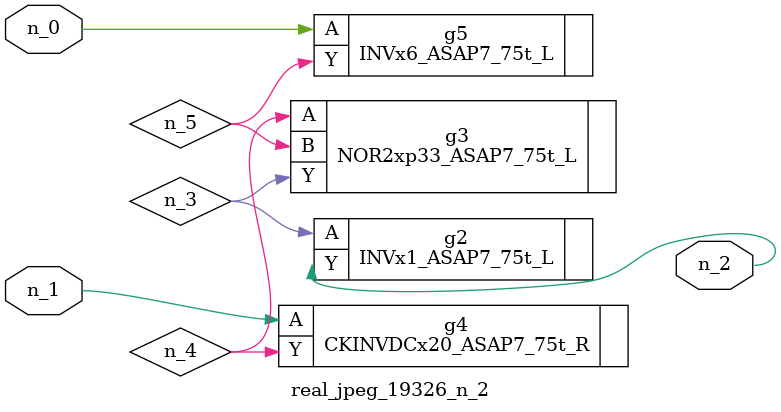
<source format=v>
module real_jpeg_19326_n_2 (n_1, n_0, n_2);

input n_1;
input n_0;

output n_2;

wire n_5;
wire n_4;
wire n_3;

INVx6_ASAP7_75t_L g5 ( 
.A(n_0),
.Y(n_5)
);

CKINVDCx20_ASAP7_75t_R g4 ( 
.A(n_1),
.Y(n_4)
);

INVx1_ASAP7_75t_L g2 ( 
.A(n_3),
.Y(n_2)
);

NOR2xp33_ASAP7_75t_L g3 ( 
.A(n_4),
.B(n_5),
.Y(n_3)
);


endmodule
</source>
